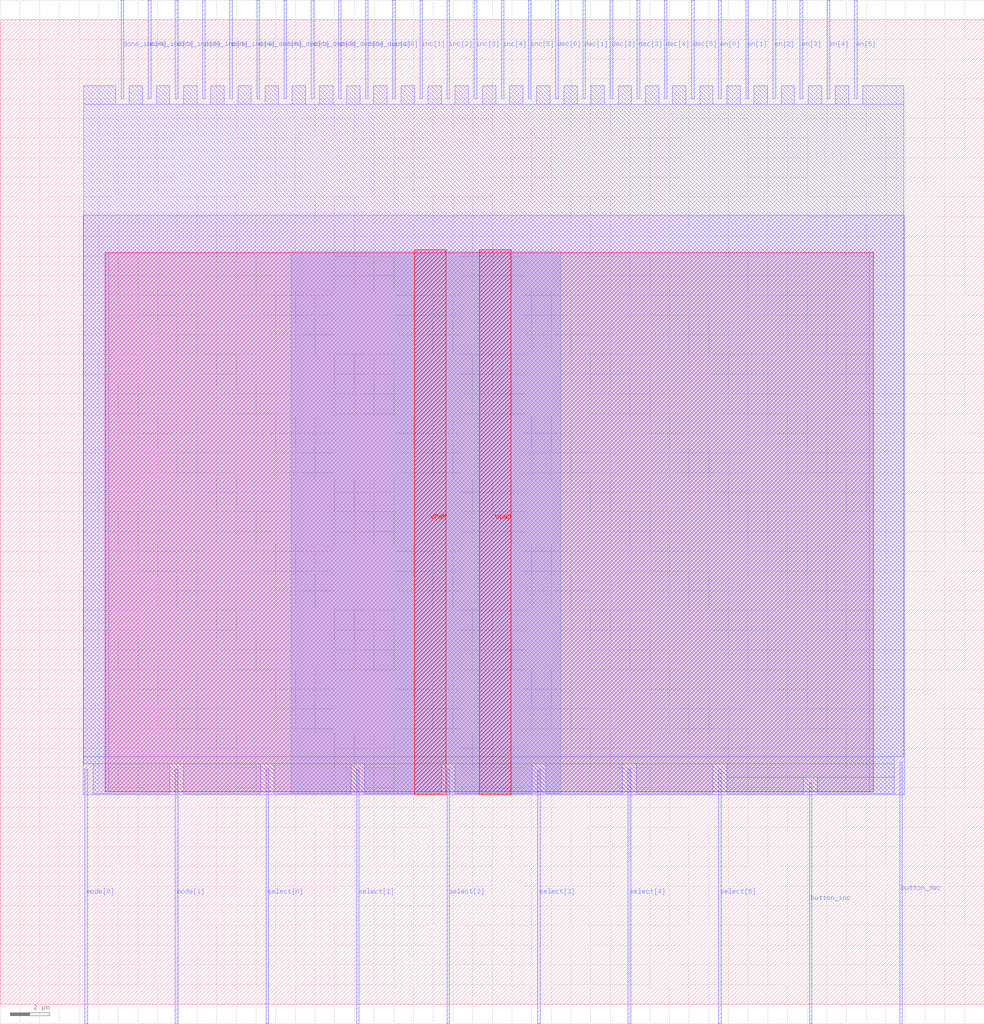
<source format=lef>
VERSION 5.7 ;
  NOWIREEXTENSIONATPIN ON ;
  DIVIDERCHAR "/" ;
  BUSBITCHARS "[]" ;
MACRO decode_input
  CLASS BLOCK ;
  FOREIGN decode_input ;
  ORIGIN 0.000 0.000 ;
  SIZE 50.000 BY 50.000 ;
  PIN VGND
    DIRECTION INOUT ;
    USE GROUND ;
    PORT
      LAYER met4 ;
        RECT 24.340 10.640 25.940 38.320 ;
    END
  END VGND
  PIN VPWR
    DIRECTION INOUT ;
    USE POWER ;
    PORT
      LAYER met4 ;
        RECT 21.040 10.640 22.640 38.320 ;
    END
  END VPWR
  PIN button_dec
    DIRECTION INPUT ;
    USE SIGNAL ;
    ANTENNAGATEAREA 0.196500 ;
    PORT
      LAYER met2 ;
        RECT 45.700 -1.000 45.840 12.280 ;
    END
  END button_dec
  PIN button_inc
    DIRECTION INPUT ;
    USE SIGNAL ;
    ANTENNAGATEAREA 0.196500 ;
    PORT
      LAYER met2 ;
        RECT 41.100 -1.000 41.240 11.260 ;
    END
  END button_inc
  PIN dec[0]
    DIRECTION OUTPUT ;
    USE SIGNAL ;
    ANTENNADIFFAREA 0.445500 ;
    PORT
      LAYER met2 ;
        RECT 28.220 46.000 28.360 51.000 ;
    END
  END dec[0]
  PIN dec[1]
    DIRECTION OUTPUT ;
    USE SIGNAL ;
    ANTENNADIFFAREA 0.445500 ;
    PORT
      LAYER met2 ;
        RECT 29.600 46.000 29.740 51.000 ;
    END
  END dec[1]
  PIN dec[2]
    DIRECTION OUTPUT ;
    USE SIGNAL ;
    ANTENNADIFFAREA 0.445500 ;
    PORT
      LAYER met2 ;
        RECT 30.980 46.000 31.120 51.000 ;
    END
  END dec[2]
  PIN dec[3]
    DIRECTION OUTPUT ;
    USE SIGNAL ;
    ANTENNADIFFAREA 0.445500 ;
    PORT
      LAYER met2 ;
        RECT 32.360 46.000 32.500 51.000 ;
    END
  END dec[3]
  PIN dec[4]
    DIRECTION OUTPUT ;
    USE SIGNAL ;
    ANTENNADIFFAREA 0.445500 ;
    PORT
      LAYER met2 ;
        RECT 33.740 46.000 33.880 51.000 ;
    END
  END dec[4]
  PIN dec[5]
    DIRECTION OUTPUT ;
    USE SIGNAL ;
    ANTENNADIFFAREA 0.445500 ;
    PORT
      LAYER met2 ;
        RECT 35.120 46.000 35.260 51.000 ;
    END
  END dec[5]
  PIN done_dec[0]
    DIRECTION INPUT ;
    USE SIGNAL ;
    ANTENNAGATEAREA 0.196500 ;
    PORT
      LAYER met2 ;
        RECT 13.040 46.000 13.180 51.000 ;
    END
  END done_dec[0]
  PIN done_dec[1]
    DIRECTION INPUT ;
    USE SIGNAL ;
    ANTENNAGATEAREA 0.196500 ;
    PORT
      LAYER met2 ;
        RECT 14.420 46.000 14.560 51.000 ;
    END
  END done_dec[1]
  PIN done_dec[2]
    DIRECTION INPUT ;
    USE SIGNAL ;
    ANTENNAGATEAREA 0.196500 ;
    PORT
      LAYER met2 ;
        RECT 15.800 46.000 15.940 51.000 ;
    END
  END done_dec[2]
  PIN done_dec[3]
    DIRECTION INPUT ;
    USE SIGNAL ;
    ANTENNAGATEAREA 0.196500 ;
    PORT
      LAYER met2 ;
        RECT 17.180 46.000 17.320 51.000 ;
    END
  END done_dec[3]
  PIN done_dec[4]
    DIRECTION INPUT ;
    USE SIGNAL ;
    ANTENNAGATEAREA 0.196500 ;
    PORT
      LAYER met2 ;
        RECT 18.560 46.000 18.700 51.000 ;
    END
  END done_dec[4]
  PIN done_inc[0]
    DIRECTION INPUT ;
    USE SIGNAL ;
    ANTENNAGATEAREA 0.196500 ;
    PORT
      LAYER met2 ;
        RECT 6.140 46.000 6.280 51.000 ;
    END
  END done_inc[0]
  PIN done_inc[1]
    DIRECTION INPUT ;
    USE SIGNAL ;
    ANTENNAGATEAREA 0.196500 ;
    PORT
      LAYER met2 ;
        RECT 7.520 46.000 7.660 51.000 ;
    END
  END done_inc[1]
  PIN done_inc[2]
    DIRECTION INPUT ;
    USE SIGNAL ;
    ANTENNAGATEAREA 0.196500 ;
    PORT
      LAYER met2 ;
        RECT 8.900 46.000 9.040 51.000 ;
    END
  END done_inc[2]
  PIN done_inc[3]
    DIRECTION INPUT ;
    USE SIGNAL ;
    ANTENNAGATEAREA 0.196500 ;
    PORT
      LAYER met2 ;
        RECT 10.280 46.000 10.420 51.000 ;
    END
  END done_inc[3]
  PIN done_inc[4]
    DIRECTION INPUT ;
    USE SIGNAL ;
    ANTENNAGATEAREA 0.196500 ;
    PORT
      LAYER met2 ;
        RECT 11.660 46.000 11.800 51.000 ;
    END
  END done_inc[4]
  PIN en[0]
    DIRECTION OUTPUT ;
    USE SIGNAL ;
    ANTENNADIFFAREA 0.445500 ;
    PORT
      LAYER met2 ;
        RECT 36.500 46.000 36.640 51.000 ;
    END
  END en[0]
  PIN en[1]
    DIRECTION OUTPUT ;
    USE SIGNAL ;
    ANTENNADIFFAREA 0.445500 ;
    PORT
      LAYER met2 ;
        RECT 37.880 46.000 38.020 51.000 ;
    END
  END en[1]
  PIN en[2]
    DIRECTION OUTPUT ;
    USE SIGNAL ;
    ANTENNADIFFAREA 0.445500 ;
    PORT
      LAYER met2 ;
        RECT 39.260 46.000 39.400 51.000 ;
    END
  END en[2]
  PIN en[3]
    DIRECTION OUTPUT ;
    USE SIGNAL ;
    ANTENNADIFFAREA 0.445500 ;
    PORT
      LAYER met2 ;
        RECT 40.640 46.000 40.780 51.000 ;
    END
  END en[3]
  PIN en[4]
    DIRECTION OUTPUT ;
    USE SIGNAL ;
    ANTENNADIFFAREA 0.445500 ;
    PORT
      LAYER met2 ;
        RECT 42.020 46.000 42.160 51.000 ;
    END
  END en[4]
  PIN en[5]
    DIRECTION OUTPUT ;
    USE SIGNAL ;
    ANTENNADIFFAREA 0.445500 ;
    PORT
      LAYER met2 ;
        RECT 43.400 46.000 43.540 51.000 ;
    END
  END en[5]
  PIN inc[0]
    DIRECTION OUTPUT ;
    USE SIGNAL ;
    ANTENNADIFFAREA 0.445500 ;
    PORT
      LAYER met2 ;
        RECT 19.940 46.000 20.080 51.000 ;
    END
  END inc[0]
  PIN inc[1]
    DIRECTION OUTPUT ;
    USE SIGNAL ;
    ANTENNADIFFAREA 0.445500 ;
    PORT
      LAYER met2 ;
        RECT 21.320 46.000 21.460 51.000 ;
    END
  END inc[1]
  PIN inc[2]
    DIRECTION OUTPUT ;
    USE SIGNAL ;
    ANTENNADIFFAREA 0.445500 ;
    PORT
      LAYER met2 ;
        RECT 22.700 46.000 22.840 51.000 ;
    END
  END inc[2]
  PIN inc[3]
    DIRECTION OUTPUT ;
    USE SIGNAL ;
    ANTENNADIFFAREA 0.445500 ;
    PORT
      LAYER met2 ;
        RECT 24.080 46.000 24.220 51.000 ;
    END
  END inc[3]
  PIN inc[4]
    DIRECTION OUTPUT ;
    USE SIGNAL ;
    ANTENNADIFFAREA 0.445500 ;
    PORT
      LAYER met2 ;
        RECT 25.460 46.000 25.600 51.000 ;
    END
  END inc[4]
  PIN inc[5]
    DIRECTION OUTPUT ;
    USE SIGNAL ;
    ANTENNADIFFAREA 0.445500 ;
    PORT
      LAYER met2 ;
        RECT 26.840 46.000 26.980 51.000 ;
    END
  END inc[5]
  PIN mode[0]
    DIRECTION INPUT ;
    USE SIGNAL ;
    ANTENNAGATEAREA 0.196500 ;
    PORT
      LAYER met2 ;
        RECT 4.300 -1.000 4.440 11.940 ;
    END
  END mode[0]
  PIN mode[1]
    DIRECTION INPUT ;
    USE SIGNAL ;
    ANTENNAGATEAREA 0.196500 ;
    PORT
      LAYER met2 ;
        RECT 8.900 -1.000 9.040 11.940 ;
    END
  END mode[1]
  PIN select[0]
    DIRECTION INPUT ;
    USE SIGNAL ;
    ANTENNAGATEAREA 0.196500 ;
    PORT
      LAYER met2 ;
        RECT 13.500 -1.000 13.640 11.940 ;
    END
  END select[0]
  PIN select[1]
    DIRECTION INPUT ;
    USE SIGNAL ;
    ANTENNAGATEAREA 0.196500 ;
    PORT
      LAYER met2 ;
        RECT 18.100 -1.000 18.240 11.940 ;
    END
  END select[1]
  PIN select[2]
    DIRECTION INPUT ;
    USE SIGNAL ;
    ANTENNAGATEAREA 0.196500 ;
    PORT
      LAYER met2 ;
        RECT 22.700 -1.000 22.840 11.940 ;
    END
  END select[2]
  PIN select[3]
    DIRECTION INPUT ;
    USE SIGNAL ;
    ANTENNAGATEAREA 0.196500 ;
    PORT
      LAYER met2 ;
        RECT 27.300 -1.000 27.440 11.940 ;
    END
  END select[3]
  PIN select[4]
    DIRECTION INPUT ;
    USE SIGNAL ;
    ANTENNAGATEAREA 0.196500 ;
    PORT
      LAYER met2 ;
        RECT 31.900 -1.000 32.040 11.940 ;
    END
  END select[4]
  PIN select[5]
    DIRECTION INPUT ;
    USE SIGNAL ;
    ANTENNAGATEAREA 0.196500 ;
    PORT
      LAYER met2 ;
        RECT 36.500 -1.000 36.640 11.940 ;
    END
  END select[5]
  OBS
      LAYER nwell ;
        RECT 5.330 10.795 44.350 38.165 ;
      LAYER li1 ;
        RECT 5.520 10.795 44.160 38.165 ;
      LAYER met1 ;
        RECT 4.210 10.640 45.930 40.080 ;
      LAYER met2 ;
        RECT 4.240 45.720 5.860 46.650 ;
        RECT 6.560 45.720 7.240 46.650 ;
        RECT 7.940 45.720 8.620 46.650 ;
        RECT 9.320 45.720 10.000 46.650 ;
        RECT 10.700 45.720 11.380 46.650 ;
        RECT 12.080 45.720 12.760 46.650 ;
        RECT 13.460 45.720 14.140 46.650 ;
        RECT 14.840 45.720 15.520 46.650 ;
        RECT 16.220 45.720 16.900 46.650 ;
        RECT 17.600 45.720 18.280 46.650 ;
        RECT 18.980 45.720 19.660 46.650 ;
        RECT 20.360 45.720 21.040 46.650 ;
        RECT 21.740 45.720 22.420 46.650 ;
        RECT 23.120 45.720 23.800 46.650 ;
        RECT 24.500 45.720 25.180 46.650 ;
        RECT 25.880 45.720 26.560 46.650 ;
        RECT 27.260 45.720 27.940 46.650 ;
        RECT 28.640 45.720 29.320 46.650 ;
        RECT 30.020 45.720 30.700 46.650 ;
        RECT 31.400 45.720 32.080 46.650 ;
        RECT 32.780 45.720 33.460 46.650 ;
        RECT 34.160 45.720 34.840 46.650 ;
        RECT 35.540 45.720 36.220 46.650 ;
        RECT 36.920 45.720 37.600 46.650 ;
        RECT 38.300 45.720 38.980 46.650 ;
        RECT 39.680 45.720 40.360 46.650 ;
        RECT 41.060 45.720 41.740 46.650 ;
        RECT 42.440 45.720 43.120 46.650 ;
        RECT 43.820 45.720 45.900 46.650 ;
        RECT 4.240 12.560 45.900 45.720 ;
        RECT 4.240 12.220 45.420 12.560 ;
        RECT 4.720 10.695 8.620 12.220 ;
        RECT 9.320 10.695 13.220 12.220 ;
        RECT 13.920 10.695 17.820 12.220 ;
        RECT 18.520 10.695 22.420 12.220 ;
        RECT 23.120 10.695 27.020 12.220 ;
        RECT 27.720 10.695 31.620 12.220 ;
        RECT 32.320 10.695 36.220 12.220 ;
        RECT 36.920 11.540 45.420 12.220 ;
        RECT 36.920 10.695 40.820 11.540 ;
        RECT 41.520 10.695 45.420 11.540 ;
      LAYER met3 ;
        RECT 14.785 10.715 28.455 38.245 ;
  END
END decode_input
END LIBRARY


</source>
